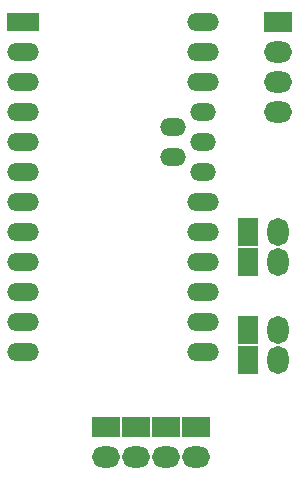
<source format=gbr>
G04 --- HEADER BEGIN --- *
%TF.GenerationSoftware,LibrePCB,LibrePCB,0.1.5*%
%TF.CreationDate,2021-05-15T07:17:12*%
%TF.ProjectId,Odometer Arduino Pro Mini - default,13410d80-bfca-4f75-a670-da1b2444d1b2,v1*%
%TF.Part,Single*%
%FSLAX66Y66*%
%MOMM*%
G01*
G74*
G04 --- HEADER END --- *
G04 --- APERTURE LIST BEGIN --- *
%ADD10O,1.787X2.39*%
%ADD11R,1.787X2.39*%
%ADD12O,2.39X1.787*%
%ADD13R,2.39X1.787*%
%ADD14O,2.7X1.5*%
%ADD15O,2.2X1.5*%
%ADD16R,2.7X1.5*%
G04 --- APERTURE LIST END --- *
G04 --- BOARD BEGIN --- *
D10*
X26035000Y12700000D03*
D11*
X23495000Y12700000D03*
D10*
X26035000Y18415000D03*
D11*
X23495000Y18415000D03*
D12*
X26035000Y31115000D03*
D13*
X26035000Y38735000D03*
D12*
X26035000Y33655000D03*
X26035000Y36195000D03*
X13970000Y1905000D03*
D13*
X13970000Y4445000D03*
D14*
X4445000Y13335000D03*
D15*
X19685000Y31115000D03*
D14*
X19685000Y23495000D03*
D16*
X4445000Y38735000D03*
D14*
X19685000Y36195000D03*
X19685000Y33655000D03*
X4445000Y20955000D03*
X4445000Y26035000D03*
X4445000Y33655000D03*
X4445000Y28575000D03*
X19685000Y18415000D03*
D15*
X19685000Y26035000D03*
X17145000Y29845000D03*
X17145000Y27305000D03*
D14*
X19685000Y10795000D03*
X19685000Y20955000D03*
X4445000Y15875000D03*
X4445000Y10795000D03*
X4445000Y36195000D03*
D15*
X19685000Y28575000D03*
D14*
X4445000Y18415000D03*
X4445000Y31115000D03*
X19685000Y15875000D03*
X19685000Y38735000D03*
X4445000Y23495000D03*
X19685000Y13335000D03*
D12*
X19050000Y1905000D03*
D13*
X19050000Y4445000D03*
D10*
X26035000Y10160000D03*
D11*
X23495000Y10160000D03*
D12*
X16510000Y1905000D03*
D13*
X16510000Y4445000D03*
D12*
X11430000Y1905000D03*
D13*
X11430000Y4445000D03*
D10*
X26035000Y20955000D03*
D11*
X23495000Y20955000D03*
G04 --- BOARD END --- *
%TF.MD5,9604e0b3a0aa681fc27999a5bebc3976*%
M02*

</source>
